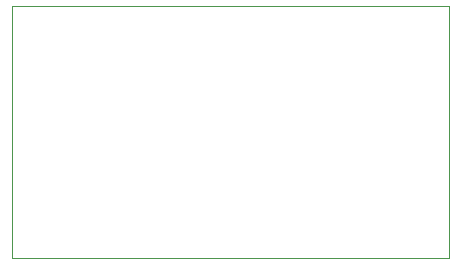
<source format=gko>
G04 Layer_Color=16711935*
%FSLAX42Y42*%
%MOMM*%
G71*
G01*
G75*
%ADD45C,0.10*%
D45*
X0Y2131D02*
X3700D01*
Y0D02*
Y2131D01*
X0Y0D02*
Y2131D01*
Y0D02*
X3700D01*
M02*

</source>
